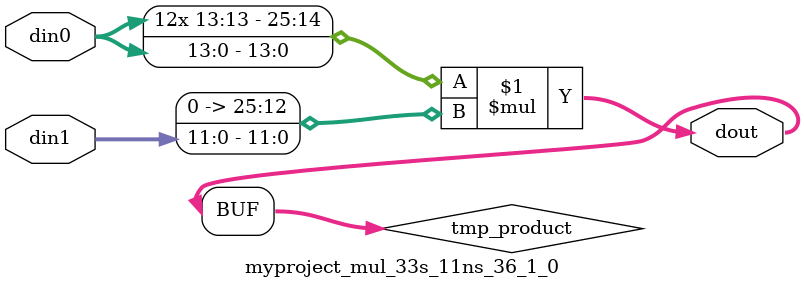
<source format=v>

`timescale 1 ns / 1 ps

  module myproject_mul_33s_11ns_36_1_0(din0, din1, dout);
parameter ID = 1;
parameter NUM_STAGE = 0;
parameter din0_WIDTH = 14;
parameter din1_WIDTH = 12;
parameter dout_WIDTH = 26;

input [din0_WIDTH - 1 : 0] din0; 
input [din1_WIDTH - 1 : 0] din1; 
output [dout_WIDTH - 1 : 0] dout;

wire signed [dout_WIDTH - 1 : 0] tmp_product;












assign tmp_product = $signed(din0) * $signed({1'b0, din1});









assign dout = tmp_product;







endmodule

</source>
